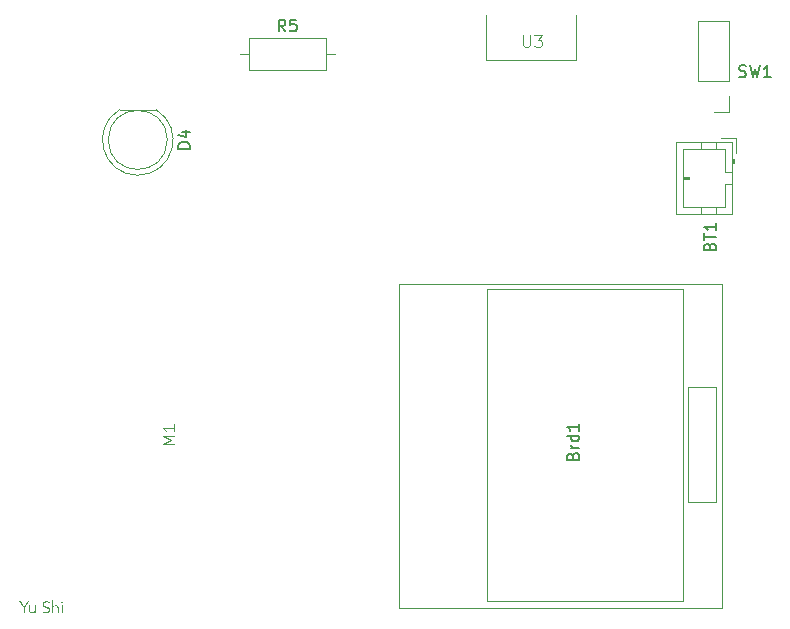
<source format=gbr>
%TF.GenerationSoftware,KiCad,Pcbnew,8.0.8*%
%TF.CreationDate,2025-02-27T00:02:59-08:00*%
%TF.ProjectId,Lab3v2,4c616233-7632-42e6-9b69-6361645f7063,V1*%
%TF.SameCoordinates,Original*%
%TF.FileFunction,Legend,Top*%
%TF.FilePolarity,Positive*%
%FSLAX46Y46*%
G04 Gerber Fmt 4.6, Leading zero omitted, Abs format (unit mm)*
G04 Created by KiCad (PCBNEW 8.0.8) date 2025-02-27 00:02:59*
%MOMM*%
%LPD*%
G01*
G04 APERTURE LIST*
%ADD10C,0.100000*%
%ADD11C,0.150000*%
%ADD12C,0.120000*%
G04 APERTURE END LIST*
D10*
G36*
X107954291Y-123580000D02*
G01*
X107853175Y-123580000D01*
X107853175Y-123148911D01*
X107480216Y-122579581D01*
X107606978Y-122579581D01*
X107903733Y-123051458D01*
X108200488Y-122579581D01*
X108327250Y-122579581D01*
X107954291Y-123148911D01*
X107954291Y-123580000D01*
G37*
G36*
X108776413Y-123580000D02*
G01*
X108772849Y-123530268D01*
X108772749Y-123526999D01*
X108772262Y-123477110D01*
X108772260Y-123473754D01*
X108769330Y-123473754D01*
X108738682Y-123514274D01*
X108730006Y-123522847D01*
X108690943Y-123552980D01*
X108676517Y-123561437D01*
X108630126Y-123581404D01*
X108613747Y-123586350D01*
X108564700Y-123595051D01*
X108548534Y-123595631D01*
X108496243Y-123592452D01*
X108444238Y-123581034D01*
X108395623Y-123558262D01*
X108361200Y-123529197D01*
X108332037Y-123487228D01*
X108312419Y-123436332D01*
X108302993Y-123383599D01*
X108300872Y-123339420D01*
X108300872Y-122923475D01*
X108393684Y-122923475D01*
X108393684Y-123289839D01*
X108395509Y-123338797D01*
X108401988Y-123387536D01*
X108417254Y-123435202D01*
X108430809Y-123458855D01*
X108467493Y-123493093D01*
X108485764Y-123502575D01*
X108535681Y-123515378D01*
X108572226Y-123517473D01*
X108611549Y-123511856D01*
X108657831Y-123494781D01*
X108679937Y-123480837D01*
X108715879Y-123446489D01*
X108743928Y-123404389D01*
X108762114Y-123356424D01*
X108770261Y-123305700D01*
X108772016Y-123262972D01*
X108772016Y-122923475D01*
X108864829Y-122923475D01*
X108864829Y-123435408D01*
X108866170Y-123485884D01*
X108867027Y-123503063D01*
X108869965Y-123552121D01*
X108871912Y-123580000D01*
X108776413Y-123580000D01*
G37*
G36*
X109972470Y-122751528D02*
G01*
X109935604Y-122710495D01*
X109891198Y-122681186D01*
X109839251Y-122663600D01*
X109787611Y-122657830D01*
X109779762Y-122657739D01*
X109731085Y-122661936D01*
X109702337Y-122668485D01*
X109655695Y-122687534D01*
X109633949Y-122701458D01*
X109598183Y-122737802D01*
X109585589Y-122758367D01*
X109569847Y-122806795D01*
X109567271Y-122840432D01*
X109573519Y-122890959D01*
X109596256Y-122936736D01*
X109605129Y-122946678D01*
X109644820Y-122979042D01*
X109689032Y-123004020D01*
X109699406Y-123008715D01*
X109746941Y-123027475D01*
X109793824Y-123043217D01*
X109822505Y-123051702D01*
X109871185Y-123067593D01*
X109916844Y-123087056D01*
X109945603Y-123102016D01*
X109988381Y-123130763D01*
X110025032Y-123166202D01*
X110039881Y-123184815D01*
X110063099Y-123228755D01*
X110074969Y-123278328D01*
X110077983Y-123325498D01*
X110073226Y-123377696D01*
X110058957Y-123425541D01*
X110049162Y-123446154D01*
X110020438Y-123489805D01*
X109984701Y-123526724D01*
X109973203Y-123536036D01*
X109929806Y-123564486D01*
X109882108Y-123586579D01*
X109867690Y-123591723D01*
X109820140Y-123604374D01*
X109768662Y-123610786D01*
X109750209Y-123611263D01*
X109699423Y-123608481D01*
X109650106Y-123600134D01*
X109602256Y-123586224D01*
X109576308Y-123576092D01*
X109531960Y-123552596D01*
X109491515Y-123521953D01*
X109454972Y-123484161D01*
X109436357Y-123460076D01*
X109527704Y-123392421D01*
X109558091Y-123434752D01*
X109596863Y-123469667D01*
X109617585Y-123483279D01*
X109663919Y-123504116D01*
X109716091Y-123515336D01*
X109754117Y-123517473D01*
X109804020Y-123512424D01*
X109830076Y-123505750D01*
X109876719Y-123485414D01*
X109898464Y-123471067D01*
X109933587Y-123436411D01*
X109948290Y-123414647D01*
X109965736Y-123366627D01*
X109968073Y-123338199D01*
X109961870Y-123288597D01*
X109946092Y-123252958D01*
X109913386Y-123214605D01*
X109888450Y-123195806D01*
X109845088Y-123172450D01*
X109806873Y-123157704D01*
X109760467Y-123142255D01*
X109712595Y-123126685D01*
X109664846Y-123110015D01*
X109618318Y-123091270D01*
X109572547Y-123067216D01*
X109536741Y-123040956D01*
X109502713Y-123004174D01*
X109479099Y-122964508D01*
X109463497Y-122916132D01*
X109457701Y-122865959D01*
X109457362Y-122848981D01*
X109461209Y-122797335D01*
X109474058Y-122747199D01*
X109484717Y-122722707D01*
X109512326Y-122679030D01*
X109546854Y-122642458D01*
X109557990Y-122633314D01*
X109600245Y-122605879D01*
X109647081Y-122585549D01*
X109661304Y-122581046D01*
X109712302Y-122569359D01*
X109764421Y-122564216D01*
X109779518Y-122563949D01*
X109830809Y-122566525D01*
X109879047Y-122574253D01*
X109928582Y-122588705D01*
X109932903Y-122590327D01*
X109979101Y-122613225D01*
X110019095Y-122642305D01*
X110057182Y-122679256D01*
X110060886Y-122683384D01*
X109972470Y-122751528D01*
G37*
G36*
X110245045Y-122517055D02*
G01*
X110337857Y-122517055D01*
X110337857Y-123029720D01*
X110340788Y-123029720D01*
X110371436Y-122989200D01*
X110380111Y-122980628D01*
X110419037Y-122950631D01*
X110433356Y-122942281D01*
X110479610Y-122922086D01*
X110495882Y-122917124D01*
X110545296Y-122908423D01*
X110561584Y-122907843D01*
X110613768Y-122911034D01*
X110665650Y-122922494D01*
X110714129Y-122945350D01*
X110748429Y-122974521D01*
X110777710Y-123016373D01*
X110797408Y-123067189D01*
X110806872Y-123119884D01*
X110809002Y-123164054D01*
X110809002Y-123580000D01*
X110716189Y-123580000D01*
X110716189Y-123213635D01*
X110713808Y-123161779D01*
X110705436Y-123111142D01*
X110689064Y-123064440D01*
X110678087Y-123044863D01*
X110640592Y-123008994D01*
X110590230Y-122990657D01*
X110537648Y-122986001D01*
X110498080Y-122991618D01*
X110452019Y-123008809D01*
X110429937Y-123022882D01*
X110393995Y-123057108D01*
X110365945Y-123099330D01*
X110347759Y-123147137D01*
X110339613Y-123197790D01*
X110337857Y-123240502D01*
X110337857Y-123580000D01*
X110245045Y-123580000D01*
X110245045Y-122517055D01*
G37*
G36*
X111157780Y-122665554D02*
G01*
X111140329Y-122712307D01*
X111136531Y-122716113D01*
X111090369Y-122735896D01*
X111045051Y-122717330D01*
X111043719Y-122716113D01*
X111022899Y-122671228D01*
X111022714Y-122665554D01*
X111039965Y-122618802D01*
X111043719Y-122614996D01*
X111088786Y-122595232D01*
X111090369Y-122595212D01*
X111136531Y-122614996D01*
X111157594Y-122659881D01*
X111157780Y-122665554D01*
G37*
G36*
X111136531Y-123580000D02*
G01*
X111043719Y-123580000D01*
X111043719Y-122923475D01*
X111136531Y-122923475D01*
X111136531Y-123580000D01*
G37*
D11*
X121914819Y-84258094D02*
X120914819Y-84258094D01*
X120914819Y-84258094D02*
X120914819Y-84019999D01*
X120914819Y-84019999D02*
X120962438Y-83877142D01*
X120962438Y-83877142D02*
X121057676Y-83781904D01*
X121057676Y-83781904D02*
X121152914Y-83734285D01*
X121152914Y-83734285D02*
X121343390Y-83686666D01*
X121343390Y-83686666D02*
X121486247Y-83686666D01*
X121486247Y-83686666D02*
X121676723Y-83734285D01*
X121676723Y-83734285D02*
X121771961Y-83781904D01*
X121771961Y-83781904D02*
X121867200Y-83877142D01*
X121867200Y-83877142D02*
X121914819Y-84019999D01*
X121914819Y-84019999D02*
X121914819Y-84258094D01*
X121248152Y-82829523D02*
X121914819Y-82829523D01*
X120867200Y-83067618D02*
X121581485Y-83305713D01*
X121581485Y-83305713D02*
X121581485Y-82686666D01*
X154327009Y-110286666D02*
X154374628Y-110143809D01*
X154374628Y-110143809D02*
X154422247Y-110096190D01*
X154422247Y-110096190D02*
X154517485Y-110048571D01*
X154517485Y-110048571D02*
X154660342Y-110048571D01*
X154660342Y-110048571D02*
X154755580Y-110096190D01*
X154755580Y-110096190D02*
X154803200Y-110143809D01*
X154803200Y-110143809D02*
X154850819Y-110239047D01*
X154850819Y-110239047D02*
X154850819Y-110619999D01*
X154850819Y-110619999D02*
X153850819Y-110619999D01*
X153850819Y-110619999D02*
X153850819Y-110286666D01*
X153850819Y-110286666D02*
X153898438Y-110191428D01*
X153898438Y-110191428D02*
X153946057Y-110143809D01*
X153946057Y-110143809D02*
X154041295Y-110096190D01*
X154041295Y-110096190D02*
X154136533Y-110096190D01*
X154136533Y-110096190D02*
X154231771Y-110143809D01*
X154231771Y-110143809D02*
X154279390Y-110191428D01*
X154279390Y-110191428D02*
X154327009Y-110286666D01*
X154327009Y-110286666D02*
X154327009Y-110619999D01*
X154850819Y-109619999D02*
X154184152Y-109619999D01*
X154374628Y-109619999D02*
X154279390Y-109572380D01*
X154279390Y-109572380D02*
X154231771Y-109524761D01*
X154231771Y-109524761D02*
X154184152Y-109429523D01*
X154184152Y-109429523D02*
X154184152Y-109334285D01*
X154850819Y-108572380D02*
X153850819Y-108572380D01*
X154803200Y-108572380D02*
X154850819Y-108667618D01*
X154850819Y-108667618D02*
X154850819Y-108858094D01*
X154850819Y-108858094D02*
X154803200Y-108953332D01*
X154803200Y-108953332D02*
X154755580Y-109000951D01*
X154755580Y-109000951D02*
X154660342Y-109048570D01*
X154660342Y-109048570D02*
X154374628Y-109048570D01*
X154374628Y-109048570D02*
X154279390Y-109000951D01*
X154279390Y-109000951D02*
X154231771Y-108953332D01*
X154231771Y-108953332D02*
X154184152Y-108858094D01*
X154184152Y-108858094D02*
X154184152Y-108667618D01*
X154184152Y-108667618D02*
X154231771Y-108572380D01*
X154850819Y-107572380D02*
X154850819Y-108143808D01*
X154850819Y-107858094D02*
X153850819Y-107858094D01*
X153850819Y-107858094D02*
X153993676Y-107953332D01*
X153993676Y-107953332D02*
X154088914Y-108048570D01*
X154088914Y-108048570D02*
X154136533Y-108143808D01*
D10*
X120607419Y-109279523D02*
X119607419Y-109279523D01*
X119607419Y-109279523D02*
X120321704Y-108946190D01*
X120321704Y-108946190D02*
X119607419Y-108612857D01*
X119607419Y-108612857D02*
X120607419Y-108612857D01*
X120607419Y-107612857D02*
X120607419Y-108184285D01*
X120607419Y-107898571D02*
X119607419Y-107898571D01*
X119607419Y-107898571D02*
X119750276Y-107993809D01*
X119750276Y-107993809D02*
X119845514Y-108089047D01*
X119845514Y-108089047D02*
X119893133Y-108184285D01*
D11*
X130003333Y-74334819D02*
X129670000Y-73858628D01*
X129431905Y-74334819D02*
X129431905Y-73334819D01*
X129431905Y-73334819D02*
X129812857Y-73334819D01*
X129812857Y-73334819D02*
X129908095Y-73382438D01*
X129908095Y-73382438D02*
X129955714Y-73430057D01*
X129955714Y-73430057D02*
X130003333Y-73525295D01*
X130003333Y-73525295D02*
X130003333Y-73668152D01*
X130003333Y-73668152D02*
X129955714Y-73763390D01*
X129955714Y-73763390D02*
X129908095Y-73811009D01*
X129908095Y-73811009D02*
X129812857Y-73858628D01*
X129812857Y-73858628D02*
X129431905Y-73858628D01*
X130908095Y-73334819D02*
X130431905Y-73334819D01*
X130431905Y-73334819D02*
X130384286Y-73811009D01*
X130384286Y-73811009D02*
X130431905Y-73763390D01*
X130431905Y-73763390D02*
X130527143Y-73715771D01*
X130527143Y-73715771D02*
X130765238Y-73715771D01*
X130765238Y-73715771D02*
X130860476Y-73763390D01*
X130860476Y-73763390D02*
X130908095Y-73811009D01*
X130908095Y-73811009D02*
X130955714Y-73906247D01*
X130955714Y-73906247D02*
X130955714Y-74144342D01*
X130955714Y-74144342D02*
X130908095Y-74239580D01*
X130908095Y-74239580D02*
X130860476Y-74287200D01*
X130860476Y-74287200D02*
X130765238Y-74334819D01*
X130765238Y-74334819D02*
X130527143Y-74334819D01*
X130527143Y-74334819D02*
X130431905Y-74287200D01*
X130431905Y-74287200D02*
X130384286Y-74239580D01*
X168416667Y-78157200D02*
X168559524Y-78204819D01*
X168559524Y-78204819D02*
X168797619Y-78204819D01*
X168797619Y-78204819D02*
X168892857Y-78157200D01*
X168892857Y-78157200D02*
X168940476Y-78109580D01*
X168940476Y-78109580D02*
X168988095Y-78014342D01*
X168988095Y-78014342D02*
X168988095Y-77919104D01*
X168988095Y-77919104D02*
X168940476Y-77823866D01*
X168940476Y-77823866D02*
X168892857Y-77776247D01*
X168892857Y-77776247D02*
X168797619Y-77728628D01*
X168797619Y-77728628D02*
X168607143Y-77681009D01*
X168607143Y-77681009D02*
X168511905Y-77633390D01*
X168511905Y-77633390D02*
X168464286Y-77585771D01*
X168464286Y-77585771D02*
X168416667Y-77490533D01*
X168416667Y-77490533D02*
X168416667Y-77395295D01*
X168416667Y-77395295D02*
X168464286Y-77300057D01*
X168464286Y-77300057D02*
X168511905Y-77252438D01*
X168511905Y-77252438D02*
X168607143Y-77204819D01*
X168607143Y-77204819D02*
X168845238Y-77204819D01*
X168845238Y-77204819D02*
X168988095Y-77252438D01*
X169321429Y-77204819D02*
X169559524Y-78204819D01*
X169559524Y-78204819D02*
X169750000Y-77490533D01*
X169750000Y-77490533D02*
X169940476Y-78204819D01*
X169940476Y-78204819D02*
X170178572Y-77204819D01*
X171083333Y-78204819D02*
X170511905Y-78204819D01*
X170797619Y-78204819D02*
X170797619Y-77204819D01*
X170797619Y-77204819D02*
X170702381Y-77347676D01*
X170702381Y-77347676D02*
X170607143Y-77442914D01*
X170607143Y-77442914D02*
X170511905Y-77490533D01*
D10*
X150138095Y-74657419D02*
X150138095Y-75466942D01*
X150138095Y-75466942D02*
X150185714Y-75562180D01*
X150185714Y-75562180D02*
X150233333Y-75609800D01*
X150233333Y-75609800D02*
X150328571Y-75657419D01*
X150328571Y-75657419D02*
X150519047Y-75657419D01*
X150519047Y-75657419D02*
X150614285Y-75609800D01*
X150614285Y-75609800D02*
X150661904Y-75562180D01*
X150661904Y-75562180D02*
X150709523Y-75466942D01*
X150709523Y-75466942D02*
X150709523Y-74657419D01*
X151090476Y-74657419D02*
X151709523Y-74657419D01*
X151709523Y-74657419D02*
X151376190Y-75038371D01*
X151376190Y-75038371D02*
X151519047Y-75038371D01*
X151519047Y-75038371D02*
X151614285Y-75085990D01*
X151614285Y-75085990D02*
X151661904Y-75133609D01*
X151661904Y-75133609D02*
X151709523Y-75228847D01*
X151709523Y-75228847D02*
X151709523Y-75466942D01*
X151709523Y-75466942D02*
X151661904Y-75562180D01*
X151661904Y-75562180D02*
X151614285Y-75609800D01*
X151614285Y-75609800D02*
X151519047Y-75657419D01*
X151519047Y-75657419D02*
X151233333Y-75657419D01*
X151233333Y-75657419D02*
X151138095Y-75609800D01*
X151138095Y-75609800D02*
X151090476Y-75562180D01*
D11*
X165931009Y-92535714D02*
X165978628Y-92392857D01*
X165978628Y-92392857D02*
X166026247Y-92345238D01*
X166026247Y-92345238D02*
X166121485Y-92297619D01*
X166121485Y-92297619D02*
X166264342Y-92297619D01*
X166264342Y-92297619D02*
X166359580Y-92345238D01*
X166359580Y-92345238D02*
X166407200Y-92392857D01*
X166407200Y-92392857D02*
X166454819Y-92488095D01*
X166454819Y-92488095D02*
X166454819Y-92869047D01*
X166454819Y-92869047D02*
X165454819Y-92869047D01*
X165454819Y-92869047D02*
X165454819Y-92535714D01*
X165454819Y-92535714D02*
X165502438Y-92440476D01*
X165502438Y-92440476D02*
X165550057Y-92392857D01*
X165550057Y-92392857D02*
X165645295Y-92345238D01*
X165645295Y-92345238D02*
X165740533Y-92345238D01*
X165740533Y-92345238D02*
X165835771Y-92392857D01*
X165835771Y-92392857D02*
X165883390Y-92440476D01*
X165883390Y-92440476D02*
X165931009Y-92535714D01*
X165931009Y-92535714D02*
X165931009Y-92869047D01*
X165454819Y-92011904D02*
X165454819Y-91440476D01*
X166454819Y-91726190D02*
X165454819Y-91726190D01*
X166454819Y-90583333D02*
X166454819Y-91154761D01*
X166454819Y-90869047D02*
X165454819Y-90869047D01*
X165454819Y-90869047D02*
X165597676Y-90964285D01*
X165597676Y-90964285D02*
X165692914Y-91059523D01*
X165692914Y-91059523D02*
X165740533Y-91154761D01*
D12*
%TO.C,D4*%
X119045000Y-80960000D02*
X115955000Y-80960000D01*
X117499952Y-86510000D02*
G75*
G02*
X115955170Y-80960000I48J2990000D01*
G01*
X119044830Y-80960000D02*
G75*
G02*
X117500048Y-86510000I-1544830J-2560000D01*
G01*
X120000000Y-83520000D02*
G75*
G02*
X115000000Y-83520000I-2500000J0D01*
G01*
X115000000Y-83520000D02*
G75*
G02*
X120000000Y-83520000I2500000J0D01*
G01*
%TO.C,Brd1*%
X139650000Y-95720000D02*
X166950000Y-95720000D01*
X139650000Y-123120000D02*
X139650000Y-95720000D01*
X147030000Y-122582000D02*
X163667000Y-122582000D01*
X147055000Y-96142000D02*
X163655000Y-96142000D01*
X147055000Y-119242000D02*
X147030000Y-122582000D01*
X147055000Y-119242000D02*
X147055000Y-96142000D01*
X163655000Y-96142000D02*
X163655000Y-119242000D01*
X163655000Y-119242000D02*
X163655000Y-122328000D01*
X163667000Y-122582000D02*
X163655000Y-122328000D01*
X164048000Y-114200000D02*
X164048000Y-104421000D01*
X166461000Y-104421000D02*
X164048000Y-104421000D01*
X166461000Y-104421000D02*
X166461000Y-114200000D01*
X166461000Y-114200000D02*
X164048000Y-114200000D01*
X166950000Y-95720000D02*
X166950000Y-123120000D01*
X166950000Y-123120000D02*
X139650000Y-123120000D01*
%TO.C,R5*%
X126130000Y-76250000D02*
X126900000Y-76250000D01*
X126900000Y-74880000D02*
X126900000Y-77620000D01*
X126900000Y-77620000D02*
X133440000Y-77620000D01*
X133440000Y-74880000D02*
X126900000Y-74880000D01*
X133440000Y-77620000D02*
X133440000Y-74880000D01*
X134210000Y-76250000D02*
X133440000Y-76250000D01*
%TO.C,SW1*%
X164920000Y-78560000D02*
X164920000Y-73420000D01*
X167580000Y-73420000D02*
X164920000Y-73420000D01*
X167580000Y-78560000D02*
X164920000Y-78560000D01*
X167580000Y-78560000D02*
X167580000Y-73420000D01*
X167580000Y-79830000D02*
X167580000Y-81160000D01*
X167580000Y-81160000D02*
X166250000Y-81160000D01*
D10*
%TO.C,U3*%
X146970000Y-72960000D02*
X146970000Y-76770000D01*
X146970000Y-76770000D02*
X154590000Y-76770000D01*
X154590000Y-76770000D02*
X154590000Y-72960000D01*
D12*
%TO.C,BT1*%
X163090000Y-83690000D02*
X163090000Y-89810000D01*
X163090000Y-89810000D02*
X167810000Y-89810000D01*
X163700000Y-84300000D02*
X163700000Y-89200000D01*
X163700000Y-86650000D02*
X164200000Y-86650000D01*
X163700000Y-86750000D02*
X164200000Y-86750000D01*
X163700000Y-89200000D02*
X167200000Y-89200000D01*
X164200000Y-86650000D02*
X164200000Y-86850000D01*
X164200000Y-86850000D02*
X163700000Y-86850000D01*
X165200000Y-83690000D02*
X165200000Y-84300000D01*
X165200000Y-89810000D02*
X165200000Y-89200000D01*
X166500000Y-83690000D02*
X166500000Y-84300000D01*
X166500000Y-89810000D02*
X166500000Y-89200000D01*
X167200000Y-84300000D02*
X163700000Y-84300000D01*
X167200000Y-86250000D02*
X167200000Y-84300000D01*
X167200000Y-87250000D02*
X167810000Y-87250000D01*
X167200000Y-89200000D02*
X167200000Y-87250000D01*
X167810000Y-83690000D02*
X163090000Y-83690000D01*
X167810000Y-85450000D02*
X168010000Y-85450000D01*
X167810000Y-86250000D02*
X167200000Y-86250000D01*
X167810000Y-89810000D02*
X167810000Y-83690000D01*
X167910000Y-85450000D02*
X167910000Y-85150000D01*
X168010000Y-85150000D02*
X167810000Y-85150000D01*
X168010000Y-85450000D02*
X168010000Y-85150000D01*
X168110000Y-83390000D02*
X166860000Y-83390000D01*
X168110000Y-84640000D02*
X168110000Y-83390000D01*
%TD*%
M02*

</source>
